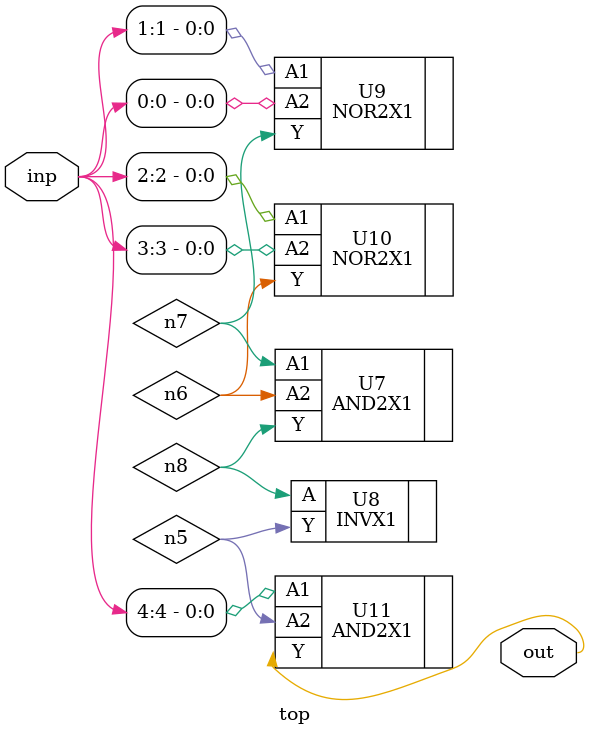
<source format=sv>


module top ( inp, out );
  input [4:0] inp;
  output out;
  wire   n5, n6, n7, n8;

  AND2X1 U7 ( .A1(n7), .A2(n6), .Y(n8) );
  INVX1 U8 ( .A(n8), .Y(n5) );
  NOR2X1 U9 ( .A1(inp[1]), .A2(inp[0]), .Y(n7) );
  NOR2X1 U10 ( .A1(inp[2]), .A2(inp[3]), .Y(n6) );
  AND2X1 U11 ( .A1(inp[4]), .A2(n5), .Y(out) );
endmodule


</source>
